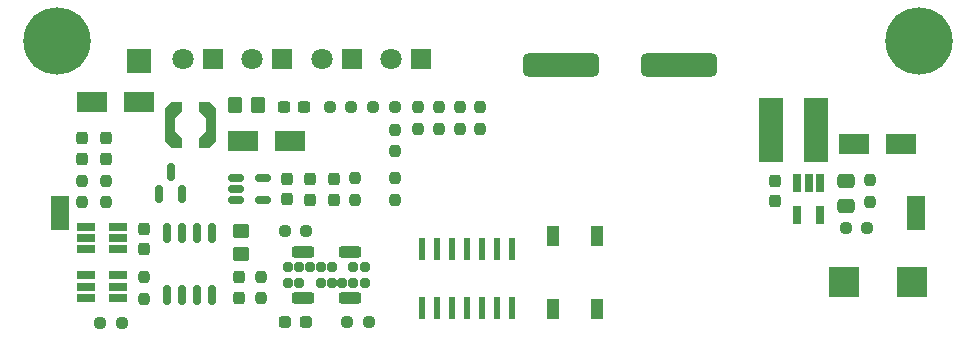
<source format=gbr>
%TF.GenerationSoftware,KiCad,Pcbnew,7.0.6-0*%
%TF.CreationDate,2023-12-30T16:30:28+00:00*%
%TF.ProjectId,smoke_extractorV1_1,736d6f6b-655f-4657-9874-726163746f72,rev?*%
%TF.SameCoordinates,Original*%
%TF.FileFunction,Soldermask,Top*%
%TF.FilePolarity,Negative*%
%FSLAX46Y46*%
G04 Gerber Fmt 4.6, Leading zero omitted, Abs format (unit mm)*
G04 Created by KiCad (PCBNEW 7.0.6-0) date 2023-12-30 16:30:28*
%MOMM*%
%LPD*%
G01*
G04 APERTURE LIST*
G04 Aperture macros list*
%AMRoundRect*
0 Rectangle with rounded corners*
0 $1 Rounding radius*
0 $2 $3 $4 $5 $6 $7 $8 $9 X,Y pos of 4 corners*
0 Add a 4 corners polygon primitive as box body*
4,1,4,$2,$3,$4,$5,$6,$7,$8,$9,$2,$3,0*
0 Add four circle primitives for the rounded corners*
1,1,$1+$1,$2,$3*
1,1,$1+$1,$4,$5*
1,1,$1+$1,$6,$7*
1,1,$1+$1,$8,$9*
0 Add four rect primitives between the rounded corners*
20,1,$1+$1,$2,$3,$4,$5,0*
20,1,$1+$1,$4,$5,$6,$7,0*
20,1,$1+$1,$6,$7,$8,$9,0*
20,1,$1+$1,$8,$9,$2,$3,0*%
%AMFreePoly0*
4,1,11,1.015000,1.170000,0.435000,0.575000,0.435000,-0.575000,1.015000,-1.170000,1.015000,-1.945000,0.125000,-1.945000,-0.435000,-1.395000,-0.435000,1.395000,0.125000,1.945000,1.015000,1.945000,1.015000,1.170000,1.015000,1.170000,$1*%
%AMFreePoly1*
4,1,11,0.435000,1.395000,0.435000,-1.395000,-0.125000,-1.945000,-1.015000,-1.945000,-1.015000,-1.170000,-0.435000,-0.575000,-0.435000,0.575000,-1.015000,1.170000,-1.015000,1.945000,-0.125000,1.945000,0.435000,1.395000,0.435000,1.395000,$1*%
G04 Aperture macros list end*
%ADD10RoundRect,0.237500X-0.237500X0.300000X-0.237500X-0.300000X0.237500X-0.300000X0.237500X0.300000X0*%
%ADD11R,1.800000X1.800000*%
%ADD12C,1.800000*%
%ADD13RoundRect,0.237500X-0.237500X0.250000X-0.237500X-0.250000X0.237500X-0.250000X0.237500X0.250000X0*%
%ADD14RoundRect,0.237500X0.237500X-0.250000X0.237500X0.250000X-0.237500X0.250000X-0.237500X-0.250000X0*%
%ADD15RoundRect,0.237500X-0.300000X-0.237500X0.300000X-0.237500X0.300000X0.237500X-0.300000X0.237500X0*%
%ADD16RoundRect,0.200000X-0.200000X-0.200000X0.200000X-0.200000X0.200000X0.200000X-0.200000X0.200000X0*%
%ADD17RoundRect,0.250000X-0.700000X-0.250000X0.700000X-0.250000X0.700000X0.250000X-0.700000X0.250000X0*%
%ADD18R,2.000000X2.000000*%
%ADD19RoundRect,0.250000X-0.475000X0.337500X-0.475000X-0.337500X0.475000X-0.337500X0.475000X0.337500X0*%
%ADD20RoundRect,0.237500X-0.250000X-0.237500X0.250000X-0.237500X0.250000X0.237500X-0.250000X0.237500X0*%
%ADD21RoundRect,0.150000X-0.512500X-0.150000X0.512500X-0.150000X0.512500X0.150000X-0.512500X0.150000X0*%
%ADD22C,5.700000*%
%ADD23R,2.500000X1.800000*%
%ADD24RoundRect,0.237500X0.287500X0.237500X-0.287500X0.237500X-0.287500X-0.237500X0.287500X-0.237500X0*%
%ADD25RoundRect,0.237500X0.237500X-0.287500X0.237500X0.287500X-0.237500X0.287500X-0.237500X-0.287500X0*%
%ADD26R,0.650000X1.560000*%
%ADD27R,1.560000X0.650000*%
%ADD28RoundRect,0.150000X0.150000X-0.587500X0.150000X0.587500X-0.150000X0.587500X-0.150000X-0.587500X0*%
%ADD29RoundRect,0.250000X-0.450000X0.350000X-0.450000X-0.350000X0.450000X-0.350000X0.450000X0.350000X0*%
%ADD30RoundRect,0.237500X0.237500X-0.300000X0.237500X0.300000X-0.237500X0.300000X-0.237500X-0.300000X0*%
%ADD31RoundRect,0.500000X-2.750000X-0.500000X2.750000X-0.500000X2.750000X0.500000X-2.750000X0.500000X0*%
%ADD32RoundRect,0.150000X0.150000X-0.675000X0.150000X0.675000X-0.150000X0.675000X-0.150000X-0.675000X0*%
%ADD33RoundRect,0.250000X-0.350000X-0.450000X0.350000X-0.450000X0.350000X0.450000X-0.350000X0.450000X0*%
%ADD34R,1.100000X1.800000*%
%ADD35RoundRect,0.237500X0.250000X0.237500X-0.250000X0.237500X-0.250000X-0.237500X0.250000X-0.237500X0*%
%ADD36FreePoly0,0.000000*%
%ADD37FreePoly1,0.000000*%
%ADD38R,0.508000X1.981200*%
%ADD39R,2.150000X5.500000*%
%ADD40R,2.500000X2.500000*%
%ADD41R,1.500000X3.000000*%
G04 APERTURE END LIST*
D10*
%TO.C,C4*%
X88850000Y-81093988D03*
X88850000Y-82818988D03*
%TD*%
D11*
%TO.C,D5*%
X98220697Y-70898060D03*
D12*
X95680697Y-70898060D03*
%TD*%
D13*
%TO.C,R19*%
X71575000Y-81237500D03*
X71575000Y-83062500D03*
%TD*%
D14*
%TO.C,R14*%
X99750000Y-76812500D03*
X99750000Y-74987500D03*
%TD*%
D15*
%TO.C,C2*%
X86632137Y-75000000D03*
X88357137Y-75000000D03*
%TD*%
D14*
%TO.C,R13*%
X101500000Y-76812500D03*
X101500000Y-74987500D03*
%TD*%
D16*
%TO.C,U1*%
X86954275Y-88500000D03*
X86954275Y-89900000D03*
D17*
X88204275Y-87250000D03*
X88204275Y-91150000D03*
X92204275Y-87250000D03*
X92204275Y-91150000D03*
D16*
X93454275Y-88500000D03*
X93454275Y-89900000D03*
X87904275Y-88500000D03*
X87904275Y-89900000D03*
X92504275Y-88500000D03*
X92504275Y-89900000D03*
X88854275Y-88500000D03*
X91554275Y-89900000D03*
X89754275Y-88500000D03*
X90654275Y-89900000D03*
X89754275Y-89900000D03*
X90654275Y-88500000D03*
%TD*%
D18*
%TO.C,TP2*%
X74350000Y-71050000D03*
%TD*%
D19*
%TO.C,C8*%
X134200000Y-81262500D03*
X134200000Y-83337500D03*
%TD*%
D20*
%TO.C,R23*%
X71087500Y-93300000D03*
X72912500Y-93300000D03*
%TD*%
D21*
%TO.C,U4*%
X82557137Y-80973920D03*
X82557137Y-81923920D03*
X82557137Y-82873920D03*
X84832137Y-82873920D03*
X84832137Y-80973920D03*
%TD*%
D22*
%TO.C,H2*%
X67400000Y-69400000D03*
%TD*%
D23*
%TO.C,D6*%
X87121657Y-77900109D03*
X83121657Y-77900109D03*
%TD*%
D10*
%TO.C,C1*%
X74775381Y-85312500D03*
X74775381Y-87037500D03*
%TD*%
D23*
%TO.C,D10*%
X138849139Y-78100000D03*
X134849139Y-78100000D03*
%TD*%
D11*
%TO.C,D2*%
X80595697Y-70898060D03*
D12*
X78055697Y-70898060D03*
%TD*%
D24*
%TO.C,D1*%
X88487500Y-93200000D03*
X86737500Y-93200000D03*
%TD*%
D25*
%TO.C,D7*%
X69525000Y-79350000D03*
X69525000Y-77600000D03*
%TD*%
D26*
%TO.C,U7*%
X132000000Y-81450000D03*
X131050000Y-81450000D03*
X130100000Y-81450000D03*
X130100000Y-84150000D03*
X132000000Y-84150000D03*
%TD*%
D14*
%TO.C,R15*%
X98000000Y-76812500D03*
X98000000Y-74987500D03*
%TD*%
D10*
%TO.C,C7*%
X82785587Y-89387500D03*
X82785587Y-91112500D03*
%TD*%
D23*
%TO.C,D9*%
X74350000Y-74600000D03*
X70350000Y-74600000D03*
%TD*%
D27*
%TO.C,IC1*%
X72600000Y-91141253D03*
X72600000Y-90191253D03*
X72600000Y-89241253D03*
X69900000Y-89241253D03*
X69900000Y-90191253D03*
X69900000Y-91141253D03*
%TD*%
D28*
%TO.C,Q1*%
X76079077Y-82385799D03*
X77979077Y-82385799D03*
X77029077Y-80510799D03*
%TD*%
D27*
%TO.C,U8*%
X69864032Y-85131971D03*
X69864032Y-86081971D03*
X69864032Y-87031971D03*
X72564032Y-87031971D03*
X72564032Y-86081971D03*
X72564032Y-85131971D03*
%TD*%
D11*
%TO.C,D3*%
X86470697Y-70898060D03*
D12*
X83930697Y-70898060D03*
%TD*%
D29*
%TO.C,R20*%
X83000000Y-85448628D03*
X83000000Y-87448628D03*
%TD*%
D30*
%TO.C,C6*%
X128200000Y-82950000D03*
X128200000Y-81225000D03*
%TD*%
D22*
%TO.C,H1*%
X140400000Y-69400000D03*
%TD*%
D13*
%TO.C,R5*%
X92656381Y-81031852D03*
X92656381Y-82856852D03*
%TD*%
D31*
%TO.C,U2*%
X110072322Y-71455000D03*
X120072322Y-71455000D03*
%TD*%
D25*
%TO.C,D8*%
X71525000Y-79350000D03*
X71525000Y-77600000D03*
%TD*%
D13*
%TO.C,R3*%
X96000000Y-76925000D03*
X96000000Y-78750000D03*
%TD*%
%TO.C,R21*%
X136250000Y-81187500D03*
X136250000Y-83012500D03*
%TD*%
D32*
%TO.C,U5*%
X76730000Y-90873628D03*
X78000000Y-90873628D03*
X79270000Y-90873628D03*
X80540000Y-90873628D03*
X80540000Y-85623628D03*
X79270000Y-85623628D03*
X78000000Y-85623628D03*
X76730000Y-85623628D03*
%TD*%
D33*
%TO.C,R17*%
X82450000Y-74780000D03*
X84450000Y-74780000D03*
%TD*%
D10*
%TO.C,C3*%
X90850000Y-81093988D03*
X90850000Y-82818988D03*
%TD*%
D14*
%TO.C,R16*%
X74800000Y-91200000D03*
X74800000Y-89375000D03*
%TD*%
D34*
%TO.C,SW1*%
X109400000Y-92100000D03*
X109400000Y-85900000D03*
X113100000Y-92100000D03*
X113100000Y-85900000D03*
%TD*%
D13*
%TO.C,R11*%
X84700000Y-89337500D03*
X84700000Y-91162500D03*
%TD*%
D35*
%TO.C,R22*%
X136012500Y-85200000D03*
X134187500Y-85200000D03*
%TD*%
D13*
%TO.C,R4*%
X96000000Y-81031852D03*
X96000000Y-82856852D03*
%TD*%
D20*
%TO.C,R9*%
X92000000Y-93200000D03*
X93825000Y-93200000D03*
%TD*%
D11*
%TO.C,D4*%
X92345697Y-70898060D03*
D12*
X89805697Y-70898060D03*
%TD*%
D35*
%TO.C,R10*%
X88525000Y-85500000D03*
X86700000Y-85500000D03*
%TD*%
D20*
%TO.C,R1*%
X90500000Y-75000000D03*
X92325000Y-75000000D03*
%TD*%
D10*
%TO.C,C5*%
X86850000Y-81087500D03*
X86850000Y-82812500D03*
%TD*%
D14*
%TO.C,R12*%
X103250000Y-76812500D03*
X103250000Y-74987500D03*
%TD*%
D36*
%TO.C,L2*%
X76935000Y-76500000D03*
D37*
X80465000Y-76500000D03*
%TD*%
D38*
%TO.C,U3*%
X105910000Y-87036200D03*
X104640000Y-87036200D03*
X103370000Y-87036200D03*
X102100000Y-87036200D03*
X100830000Y-87036200D03*
X99560000Y-87036200D03*
X98290000Y-87036200D03*
X98290000Y-91963800D03*
X99560000Y-91963800D03*
X100830000Y-91963800D03*
X102100000Y-91963800D03*
X103370000Y-91963800D03*
X104640000Y-91963800D03*
X105910000Y-91963800D03*
%TD*%
D39*
%TO.C,L1*%
X127820000Y-76900000D03*
X131680000Y-76900000D03*
%TD*%
D40*
%TO.C,J2*%
X134000000Y-89800000D03*
%TD*%
%TO.C,J1*%
X139800000Y-89800000D03*
%TD*%
D20*
%TO.C,R2*%
X94175000Y-75000000D03*
X96000000Y-75000000D03*
%TD*%
D13*
%TO.C,R18*%
X69550000Y-81212500D03*
X69550000Y-83037500D03*
%TD*%
D41*
%TO.C,U6*%
X140148053Y-83926017D03*
X67648053Y-83926017D03*
%TD*%
M02*

</source>
